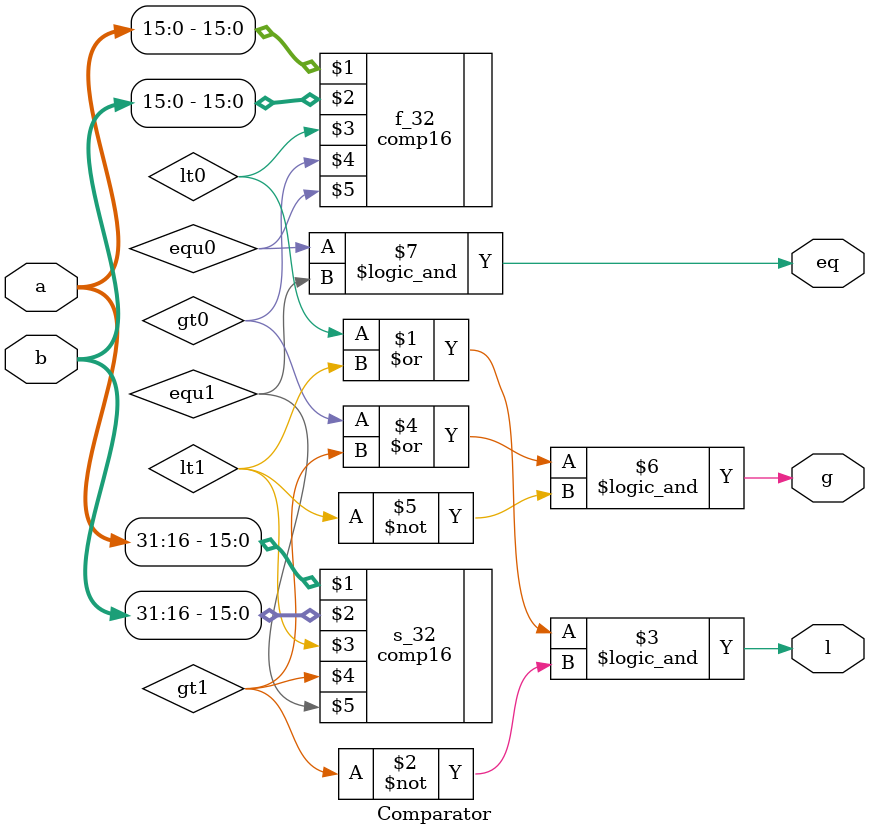
<source format=v>

/*32 bit comparator
  Compares a and b
  if a>b l=0,g=1,eq=0
  if a<b l=1,g=0,eq=0
  if a=b l=0,g=0,eq=1
  */
module Comparator(a,b,l,g,eq);
input [31:0] a;
input [31:0] b;
output l,g,eq;
comp16 f_32(a[15:0], b[15:0],lt0,gt0, equ0);
comp16 s_32(a[31:16], b[31:16],lt1,gt1, equ1);
assign l=(lt0 | lt1) && (~gt1);
assign g=(gt0 | gt1) && (~lt1);
assign eq=equ0 && equ1;
endmodule

</source>
